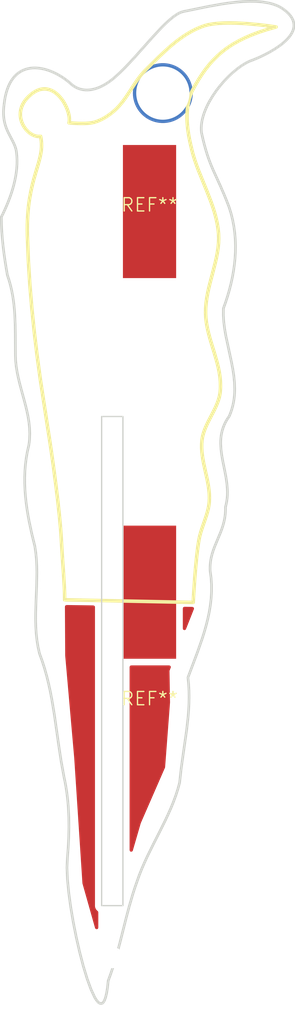
<source format=kicad_pcb>
(kicad_pcb (version 20241229) (generator "pcbnew") (generator_version "9.0")
  (layers (0 "F.Cu" signal) (2 "B.Cu" signal) (13 "F.Paste" user) (15 "B.Paste" user) (5 "F.SilkS" user "F.Silkscreen") (7 "B.SilkS" user "B.Silkscreen") (1 "F.Mask" user) (3 "B.Mask" user) (25 "Edge.Cuts" user))
  (net 0 "")
  (footprint "adhoc:MechanicalJoint" (layer "F.Cu") (at 108.05 109.05)
    (property "Reference" "REF**" (at 0 -0.5 0) (layer "F.SilkS") (effects (font (thickness 0.1))))
    (property "Value" "MechanicalJoint")
    (pad "" smd rect (at 0 -8.5) (size 4 10) (layers "F.Cu" "F.Mask" "F.Paste"))
  )
  (footprint "adhoc:Slot_1.6mm" (layer "F.Cu") (at 105.25 128)
    (property "Reference" "" (at 0 0 0) (layer "F.SilkS") (effects (font (size 1.27 1.27))))
    (property "Value" "")
    (pad "" np_thru_hole circle (at 0 0) (size 1.6 1.6) (drill oval 1.6 10) (layers "*.Cu" "*.Mask"))
  )
  (footprint "adhoc:MechanicalJoint" (layer "F.Cu") (at 108.05 71.95)
    (property "Reference" "REF**" (at 0 -0.5 0) (layer "F.SilkS") (effects (font (thickness 0.1))))
    (property "Value" "MechanicalJoint")
    (pad "" smd rect (at 0 0) (size 4 10) (layers "F.Cu" "F.Mask" "F.Paste"))
  )
  (gr_poly (pts (xy 114.548608 57.789691) (xy 115.000873 57.809734) (xy 115.443311 57.838801) (xy 116.263113 57.913517) (xy 116.936823 57.992859) (xy 117.561218 58.081508) (xy 116.907435 58.2666) (xy 116.302535 58.463113) (xy 115.743404 58.671989) (xy 115.22693 58.89417) (xy 114.75 59.1306) (xy 114.309502 59.382221) (xy 114.101941 59.514022) (xy 113.902322 59.649974) (xy 113.710254 59.790195) (xy 113.525348 59.934803) (xy 113.175469 60.237649) (xy 112.84957 60.559455) (xy 112.544539 60.901164) (xy 112.257263 61.263718) (xy 111.984631 61.648058) (xy 111.723529 62.055128) (xy 111.470844 62.48587) (xy 111.223465 62.941227) (xy 111.124004 63.205336) (xy 111.042295 63.470695) (xy 110.977371 63.737244) (xy 110.928265 64.004927) (xy 110.894011 64.273686) (xy 110.87364 64.543463) (xy 110.866187 64.8142) (xy 110.870685 65.08584) (xy 110.886167 65.358325) (xy 110.911666 65.631597) (xy 110.946214 65.905598) (xy 110.988847 66.180271) (xy 111.038595 66.455558) (xy 111.094493 66.731402) (xy 111.220871 67.284527) (xy 111.327211 67.684507) (xy 111.449583 68.080796) (xy 111.585114 68.474015) (xy 111.730929 68.864782) (xy 112.359562 70.415742) (xy 112.66087 71.192635) (xy 112.798215 71.583604) (xy 112.922855 71.977082) (xy 113.031916 72.373689) (xy 113.122525 72.774045) (xy 113.191809 73.178769) (xy 113.236892 73.588482) (xy 113.25072 73.955403) (xy 113.237708 74.323277) (xy 113.201473 74.692069) (xy 113.145631 75.061742) (xy 113.073798 75.432263) (xy 112.989591 75.803597) (xy 112.798521 76.548563) (xy 112.60135 77.29636) (xy 112.509517 77.671233) (xy 112.427009 78.04671) (xy 112.357441 78.422755) (xy 112.30443 78.799333) (xy 112.271591 79.17641) (xy 112.262542 79.553951) (xy 112.280724 79.929288) (xy 112.324487 80.301421) (xy 112.389794 80.670907) (xy 112.47261 81.038304) (xy 112.568897 81.404169) (xy 112.674619 81.769061) (xy 112.898224 82.498157) (xy 113.111131 83.230054) (xy 113.203481 83.598447) (xy 113.281048 83.969215) (xy 113.339795 84.342914) (xy 113.375684 84.720102) (xy 113.384681 85.101338) (xy 113.377832 85.293648) (xy 113.362747 85.487179) (xy 113.347988 85.606988) (xy 113.327979 85.725548) (xy 113.303064 85.842942) (xy 113.273588 85.959251) (xy 113.202329 86.188947) (xy 113.116957 86.415299) (xy 113.020226 86.638968) (xy 112.914893 86.860615) (xy 112.689436 87.300489) (xy 112.462625 87.740212) (xy 112.355599 87.961671) (xy 112.256499 88.185075) (xy 112.16808 88.411088) (xy 112.093098 88.640369) (xy 112.034306 88.873581) (xy 112.011843 88.991868) (xy 111.994461 89.111385) (xy 111.970627 89.401275) (xy 111.968238 89.691081) (xy 111.984356 89.980829) (xy 112.01604 90.270542) (xy 112.060351 90.560244) (xy 112.11435 90.849959) (xy 112.239651 91.429525) (xy 112.368426 92.009433) (xy 112.426768 92.299574) (xy 112.47716 92.589873) (xy 112.516662 92.880354) (xy 112.542335 93.17104) (xy 112.55124 93.461955) (xy 112.540436 93.753124) (xy 112.521701 93.935711) (xy 112.493543 94.116598) (xy 112.457135 94.296005) (xy 112.413656 94.474154) (xy 112.364279 94.651266) (xy 112.310181 94.827562) (xy 112.192528 95.178592) (xy 112.070102 95.529017) (xy 111.952311 95.880605) (xy 111.898093 96.057389) (xy 111.848563 96.235128) (xy 111.804894 96.414043) (xy 111.768265 96.594356) (xy 111.71702 96.903882) (xy 111.668769 97.244181) (xy 111.581415 97.989096) (xy 111.50655 98.773087) (xy 111.444521 99.54014) (xy 111.360352 100.79938) (xy 111.33168 101.318706) (xy 101.670364 101.122875) (xy 101.665532 100.669588) (xy 101.648428 100.199178) (xy 101.586803 99.177084) (xy 101.504299 97.996778) (xy 101.419723 96.598446) (xy 101.394218 96.180407) (xy 101.35958 95.724849) (xy 101.266369 94.721224) (xy 101.147013 93.627667) (xy 101.008438 92.484279) (xy 100.849336 91.27037) (xy 100.684673 90.092516) (xy 100.522533 88.99756) (xy 100.371002 88.032345) (xy 99.842401 84.57705) (xy 99.604482 82.820582) (xy 99.390473 81.044935) (xy 99.205115 79.250134) (xy 99.053148 77.436205) (xy 98.939314 75.603173) (xy 98.868355 73.751064) (xy 98.862291 73.342744) (xy 98.865193 72.95349) (xy 98.876405 72.582529) (xy 98.895269 72.229086) (xy 98.921126 71.892384) (xy 98.953318 71.571651) (xy 98.991189 71.266111) (xy 99.03408 70.974989) (xy 99.132291 70.432902) (xy 99.242689 69.93919) (xy 99.360012 69.487656) (xy 99.478997 69.072102) (xy 99.700906 68.324141) (xy 99.793305 67.979337) (xy 99.866318 67.64572) (xy 99.893909 67.48117) (xy 99.914681 67.317092) (xy 99.927975 67.152712) (xy 99.933133 66.987255) (xy 99.929497 66.819946) (xy 99.916411 66.65001) (xy 99.893215 66.476673) (xy 99.859253 66.29916) (xy 99.760943 66.309175) (xy 99.66085 66.306871) (xy 99.559665 66.292761) (xy 99.458078 66.267361) (xy 99.356781 66.231185) (xy 99.256462 66.184749) (xy 99.157813 66.128567) (xy 99.061525 66.063154) (xy 98.968288 65.989025) (xy 98.878792 65.906695) (xy 98.793729 65.816679) (xy 98.713788 65.719492) (xy 98.63966 65.615648) (xy 98.572037 65.505663) (xy 98.511607 65.390051) (xy 98.459062 65.269327) (xy 98.415093 65.144006) (xy 98.38039 65.014604) (xy 98.355643 64.881634) (xy 98.341544 64.745612) (xy 98.338782 64.607052) (xy 98.348048 64.46647) (xy 98.370033 64.324381) (xy 98.405427 64.181298) (xy 98.454921 64.037738) (xy 98.519205 63.894215) (xy 98.598971 63.751244) (xy 98.694907 63.609339) (xy 98.807706 63.469016) (xy 98.938058 63.33079) (xy 99.086652 63.195175) (xy 99.254181 63.062687) (xy 99.409562 62.958197) (xy 99.562669 62.874905) (xy 99.713282 62.811812) (xy 99.861179 62.767922) (xy 100.006137 62.742235) (xy 100.147936 62.733756) (xy 100.286353 62.741487) (xy 100.421167 62.764431) (xy 100.552156 62.801589) (xy 100.679098 62.851965) (xy 100.801772 62.914561) (xy 100.919956 62.988379) (xy 101.033429 63.072423) (xy 101.141968 63.165695) (xy 101.245353 63.267198) (xy 101.343361 63.375933) (xy 101.43577 63.490905) (xy 101.52236 63.611114) (xy 101.602908 63.735564) (xy 101.677192 63.863258) (xy 101.806084 64.124386) (xy 101.907263 64.386519) (xy 101.978955 64.641677) (xy 102.003189 64.764147) (xy 102.019386 64.881881) (xy 102.027325 64.993882) (xy 102.026784 65.099152) (xy 102.017541 65.196694) (xy 101.999374 65.285511) (xy 102.207816 65.302688) (xy 102.434192 65.316779) (xy 102.711626 65.327977) (xy 103.017333 65.331362) (xy 103.173669 65.328587) (xy 103.328529 65.322014) (xy 103.479065 65.311026) (xy 103.62243 65.295011) (xy 103.755774 65.273352) (xy 103.876251 65.245434) (xy 103.981118 65.214315) (xy 104.084903 65.179323) (xy 104.187555 65.140632) (xy 104.289025 65.098412) (xy 104.389263 65.052838) (xy 104.488219 65.00408) (xy 104.585843 64.952313) (xy 104.682085 64.897707) (xy 104.776895 64.840435) (xy 104.870224 64.780671) (xy 104.962021 64.718586) (xy 105.052237 64.654352) (xy 105.140821 64.588142) (xy 105.227724 64.520129) (xy 105.312895 64.450485) (xy 105.396286 64.379383) (xy 105.572994 64.215505) (xy 105.739369 64.042038) (xy 105.896791 63.860248) (xy 106.046639 63.671402) (xy 106.190295 63.476768) (xy 106.32914 63.277611) (xy 106.597915 62.870801) (xy 106.86401 62.461105) (xy 106.999504 62.258343) (xy 107.138469 62.058659) (xy 107.282285 61.863323) (xy 107.432335 61.673599) (xy 107.589997 61.490755) (xy 107.756653 61.316059) (xy 108.743748 60.339057) (xy 109.253711 59.859016) (xy 109.514539 59.626167) (xy 109.779928 59.400026) (xy 110.050376 59.182038) (xy 110.32638 58.973649) (xy 110.608439 58.776302) (xy 110.897049 58.591443) (xy 111.19271 58.420517) (xy 111.495918 58.264969) (xy 111.807172 58.126244) (xy 112.126968 58.005787) (xy 112.283145 57.957943) (xy 112.451326 57.916617) (xy 112.819248 57.852205) (xy 113.221835 57.809929) (xy 113.65019 57.787166) (xy 114.095414 57.781294)) (stroke (width 0.264582)) (fill no) (layer "F.SilkS"))
  (gr_poly (pts (xy 116.050288 56.163367) (xy 116.520723 56.200562) (xy 116.965176 56.272237) (xy 117.176079 56.322217) (xy 117.378592 56.382271) (xy 117.572081 56.452884) (xy 117.755915 56.534542) (xy 117.929461 56.627728) (xy 118.092089 56.732927) (xy 118.310169 56.901168) (xy 118.491264 57.069151) (xy 118.637161 57.236603) (xy 118.749647 57.403255) (xy 118.830508 57.568836) (xy 118.881532 57.733075) (xy 118.904505 57.895701) (xy 118.901214 58.056445) (xy 118.873447 58.215035) (xy 118.822989 58.371202) (xy 118.751628 58.524673) (xy 118.661151 58.675179) (xy 118.553344 58.822449) (xy 118.429995 58.966212) (xy 118.29289 59.106197) (xy 118.143816 59.242135) (xy 117.98456 59.373755) (xy 117.816908 59.500785) (xy 117.463568 59.739995) (xy 117.098089 59.957601) (xy 116.734766 60.151439) (xy 116.387895 60.319341) (xy 116.07177 60.459145) (xy 115.800686 60.568685) (xy 115.588938 60.645796) (xy 115.437229 60.716652) (xy 115.282098 60.798816) (xy 114.963924 60.995042) (xy 114.639121 61.230436) (xy 114.312392 61.500958) (xy 113.988442 61.802567) (xy 113.671977 62.131225) (xy 113.3677 62.482892) (xy 113.080315 62.853527) (xy 112.814528 63.239092) (xy 112.575043 63.635546) (xy 112.466634 63.836595) (xy 112.366564 64.038851) (xy 112.275422 64.241809) (xy 112.193796 64.444966) (xy 112.122274 64.647815) (xy 112.061443 64.849851) (xy 112.011893 65.050571) (xy 111.97421 65.249468) (xy 111.948984 65.446038) (xy 111.936801 65.639777) (xy 111.938251 65.830178) (xy 111.953921 66.016737) (xy 112.06403 66.501802) (xy 112.172746 66.935378) (xy 112.280939 67.324671) (xy 112.389477 67.676885) (xy 112.499229 67.999225) (xy 112.611064 68.298895) (xy 112.725852 68.583101) (xy 112.84446 68.859045) (xy 113.374485 70.024312) (xy 113.685018 70.744702) (xy 113.854706 71.164552) (xy 114.035167 71.633779) (xy 114.180456 72.106684) (xy 114.297915 72.58255) (xy 114.388581 73.060802) (xy 114.453495 73.540861) (xy 114.493694 74.022149) (xy 114.51022 74.50409) (xy 114.50411 74.986106) (xy 114.476405 75.467618) (xy 114.428143 75.948051) (xy 114.360364 76.426825) (xy 114.274107 76.903363) (xy 114.170412 77.377089) (xy 114.050317 77.847424) (xy 113.914863 78.313791) (xy 113.765087 78.775612) (xy 113.602031 79.232309) (xy 113.597716 79.740191) (xy 113.630607 80.247636) (xy 113.69364 80.754675) (xy 113.779755 81.261341) (xy 114.213811 83.284928) (xy 114.309417 83.790218) (xy 114.385738 84.29533) (xy 114.435712 84.800298) (xy 114.452278 85.305152) (xy 114.445826 85.557547) (xy 114.428375 85.809927) (xy 114.399041 86.062294) (xy 114.356941 86.314654) (xy 114.301194 86.567009) (xy 114.230916 86.819365) (xy 114.145225 87.071726) (xy 114.043238 87.324095) (xy 113.901845 87.531234) (xy 113.780612 87.738469) (xy 113.678379 87.94583) (xy 113.593985 88.153347) (xy 113.526267 88.36105) (xy 113.474065 88.568971) (xy 113.436218 88.77714) (xy 113.411562 88.985588) (xy 113.398939 89.194344) (xy 113.397184 89.40344) (xy 113.421639 89.822772) (xy 113.475636 90.243828) (xy 113.549884 90.666854) (xy 113.721963 91.519788) (xy 113.801212 91.950186) (xy 113.863545 92.383529) (xy 113.899672 92.820063) (xy 113.905003 93.039603) (xy 113.900299 93.260032) (xy 113.884397 93.481381) (xy 113.856136 93.70368) (xy 113.814355 93.926959) (xy 113.757891 94.151251) (xy 113.760016 94.332382) (xy 113.75458 94.507966) (xy 113.742094 94.678356) (xy 113.723068 94.843905) (xy 113.69801 95.004965) (xy 113.667432 95.161889) (xy 113.591754 95.464739) (xy 113.50011 95.755276) (xy 113.396581 96.03632) (xy 113.170183 96.581216) (xy 112.94519 97.121992) (xy 112.843419 97.397888) (xy 112.754236 97.681217) (xy 112.68172 97.9748) (xy 112.652987 98.126318) (xy 112.629951 98.281457) (xy 112.613121 98.44057) (xy 112.603007 98.60401) (xy 112.600119 98.772129) (xy 112.604968 98.94528) (xy 112.676268 99.471361) (xy 112.710461 99.994543) (xy 112.710484 100.514734) (xy 112.679273 101.03184) (xy 112.619767 101.545769) (xy 112.534902 102.056428) (xy 112.427616 102.563725) (xy 112.300845 103.067566) (xy 112.157527 103.567859) (xy 112.000599 104.06451) (xy 111.657663 105.04652) (xy 110.937709 106.962766) (xy 110.98799 107.459149) (xy 111.015752 107.95521) (xy 111.023264 108.450956) (xy 111.012792 108.94639) (xy 110.986605 109.441515) (xy 110.946972 109.936336) (xy 110.836438 110.92508) (xy 110.553812 112.899088) (xy 110.41801 113.884415) (xy 110.310076 114.868665) (xy 110.174504 115.360398) (xy 110.017682 115.842795) (xy 109.842319 116.317059) (xy 109.651126 116.784395) (xy 109.446812 117.246007) (xy 109.232088 117.703099) (xy 108.782247 118.608541) (xy 108.323282 119.510354) (xy 107.876872 120.418171) (xy 107.66515 120.877341) (xy 107.464695 121.341625) (xy 107.27822 121.812227) (xy 107.108432 122.29035) (xy 106.946281 122.756365) (xy 106.795924 123.222737) (xy 106.523551 124.156203) (xy 106.277239 125.090036) (xy 106.042916 126.023526) (xy 105.806508 126.955963) (xy 105.553941 127.886636) (xy 105.271143 128.814836) (xy 105.11401 129.277786) (xy 104.944041 129.739851) (xy 104.889226 130.266056) (xy 104.821247 130.689821) (xy 104.741154 131.016139) (xy 104.65 131.25) (xy 104.548836 131.396396) (xy 104.438714 131.460321) (xy 104.320686 131.446764) (xy 104.195802 131.360718) (xy 104.065116 131.207176) (xy 103.929677 130.991127) (xy 103.648752 130.391482) (xy 103.361439 129.601717) (xy 103.076152 128.661766) (xy 102.801303 127.611564) (xy 102.545305 126.491045) (xy 102.316572 125.340144) (xy 102.123516 124.198795) (xy 101.97455 123.106933) (xy 101.878087 122.104491) (xy 101.84254 121.231405) (xy 101.876323 120.527609) (xy 101.934444 119.751772) (xy 101.973884 118.981088) (xy 101.990998 118.214371) (xy 101.982143 117.450435) (xy 101.943674 116.688098) (xy 101.912195 116.307157) (xy 101.871946 115.926172) (xy 101.822472 115.544993) (xy 101.763316 115.163473) (xy 101.694023 114.781464) (xy 101.614138 114.398817) (xy 101.403264 113.235069) (xy 101.225556 112.067113) (xy 100.892658 109.731799) (xy 100.69898 108.571051) (xy 100.586915 107.993851) (xy 100.461491 107.419317) (xy 100.320304 106.847863) (xy 100.160946 106.279902) (xy 99.981014 105.715847) (xy 99.778102 105.156111) (xy 99.666823 104.65618) (xy 99.586152 104.154354) (xy 99.532083 103.650933) (xy 99.500613 103.146215) (xy 99.487736 102.640502) (xy 99.48945 102.134093) (xy 99.520633 101.120388) (xy 99.562126 100.1075) (xy 99.581897 99.097831) (xy 99.573627 98.594953) (xy 99.547913 98.093779) (xy 99.500753 97.59461) (xy 99.428141 97.097746) (xy 99.200088 96.165733) (xy 98.999084 95.226662) (xy 98.912147 94.754907) (xy 98.836078 94.281901) (xy 98.772247 93.807815) (xy 98.722022 93.33282) (xy 98.686771 92.857086) (xy 98.667864 92.380786) (xy 98.666668 91.90409) (xy 98.684554 91.427169) (xy 98.722888 90.950194) (xy 98.783041 90.473336) (xy 98.866381 89.996768) (xy 98.974276 89.520658) (xy 99.006948 89.302655) (xy 99.029671 89.0858) (xy 99.047591 88.655237) (xy 99.032689 88.228379) (xy 98.989614 87.804633) (xy 98.923017 87.383408) (xy 98.837549 86.964114) (xy 98.73786 86.546159) (xy 98.628601 86.128952) (xy 98.399973 85.294415) (xy 98.289906 84.875903) (xy 98.188871 84.455774) (xy 98.101518 84.033437) (xy 98.032498 83.608299) (xy 97.986461 83.17977) (xy 97.968058 82.747259) (xy 97.961547 81.215092) (xy 97.951168 80.458842) (xy 97.92065 79.707714) (xy 97.894232 79.333734) (xy 97.85845 78.960632) (xy 97.811861 78.588272) (xy 97.753024 78.216521) (xy 97.680493 77.845243) (xy 97.592828 77.474305) (xy 97.488585 77.103571) (xy 97.36632 76.732908) (xy 97.272952 76.188775) (xy 97.186724 75.643985) (xy 97.109273 75.098519) (xy 97.042235 74.552358) (xy 96.987246 74.005484) (xy 96.945943 73.457876) (xy 96.919961 72.909517) (xy 96.910937 72.360388) (xy 96.910937 72.360357) (xy 97.047957 72.082733) (xy 97.181084 71.79796) (xy 97.309263 71.506775) (xy 97.43144 71.209912) (xy 97.546559 70.908109) (xy 97.653567 70.602101) (xy 97.751407 70.292624) (xy 97.839027 69.980415) (xy 97.915371 69.666209) (xy 97.979384 69.350743) (xy 98.030012 69.034752) (xy 98.0662 68.718972) (xy 98.086893 68.40414) (xy 98.091037 68.090991) (xy 98.077577 67.780262) (xy 98.045459 67.472688) (xy 98.029169 67.37358) (xy 98.008065 67.277152) (xy 97.982544 67.183064) (xy 97.953004 67.090974) (xy 97.919845 67.000538) (xy 97.883465 66.911416) (xy 97.802637 66.73574) (xy 97.430203 66.017104) (xy 97.340759 65.819773) (xy 97.298779 65.716574) (xy 97.259158 65.609898) (xy 97.222295 65.4994) (xy 97.188588 65.38474) (xy 97.158437 65.265575) (xy 97.132239 65.141562) (xy 97.110394 65.012361) (xy 97.0933 64.877627) (xy 97.081355 64.73702) (xy 97.074959 64.590196) (xy 97.074509 64.436814) (xy 97.080405 64.276532) (xy 97.093044 64.109007) (xy 97.112826 63.933897) (xy 97.153812 63.607686) (xy 97.208472 63.304542) (xy 97.276175 63.023934) (xy 97.356291 62.765329) (xy 97.44819 62.528196) (xy 97.551241 62.312004) (xy 97.664814 62.116222) (xy 97.78828 61.940317) (xy 97.921007 61.783758) (xy 98.062367 61.646015) (xy 98.211727 61.526554) (xy 98.368459 61.424846) (xy 98.531932 61.340357) (xy 98.701516 61.272558) (xy 98.876581 61.220916) (xy 99.056495 61.1849) (xy 99.240631 61.163978) (xy 99.428356 61.15762) (xy 99.619041 61.165292) (xy 99.812055 61.186465) (xy 100.006769 61.220606) (xy 100.202552 61.267184) (xy 100.398774 61.325668) (xy 100.594804 61.395525) (xy 100.790014 61.476225) (xy 100.983771 61.567236) (xy 101.175447 61.668026) (xy 101.36441 61.778065) (xy 101.550031 61.89682) (xy 101.73168 62.02376) (xy 101.908726 62.158354) (xy 102.080539 62.30007) (xy 102.155653 62.369518) (xy 102.233268 62.434303) (xy 102.313336 62.494346) (xy 102.395811 62.549566) (xy 102.480646 62.599887) (xy 102.567795 62.645227) (xy 102.657211 62.68551) (xy 102.748847 62.720655) (xy 102.842656 62.750584) (xy 102.938591 62.775217) (xy 103.036607 62.794477) (xy 103.136656 62.808283) (xy 103.238691 62.816557) (xy 103.342667 62.81922) (xy 103.448535 62.816193) (xy 103.55625 62.807397) (xy 103.665765 62.792753) (xy 103.777033 62.772182) (xy 103.890007 62.745606) (xy 104.004641 62.712944) (xy 104.120888 62.674119) (xy 104.238701 62.629052) (xy 104.358033 62.577662) (xy 104.478839 62.519872) (xy 104.601071 62.455603) (xy 104.724682 62.384775) (xy 104.849625 62.30731) (xy 104.975855 62.223128) (xy 105.103325 62.132151) (xy 105.231986 62.0343) (xy 105.361794 61.929496) (xy 105.492701 61.817659) (xy 105.834664 61.503595) (xy 106.180847 61.16132) (xy 106.529709 60.797109) (xy 106.879705 60.417236) (xy 108.260178 58.866601) (xy 108.917104 58.160433) (xy 109.231839 57.846596) (xy 109.535363 57.567288) (xy 109.826135 57.328784) (xy 110.102611 57.137357) (xy 110.235005 57.061258) (xy 110.363247 56.999282) (xy 110.487143 56.952211) (xy 110.606501 56.920831) (xy 112.454389 56.542709) (xy 113.485316 56.358874) (xy 114.009832 56.281835) (xy 114.533643 56.219888) (xy 115.051692 56.176908) (xy 115.558926 56.156776)) (stroke (width 0.201993)) (fill no) (layer "Edge.Cuts"))
  (gr_rect (start 104.45 87.35) (end 106.05 124.1) (stroke (width 0.1)) (fill no) (layer "Edge.Cuts"))
  (via (at 109.05 63.05) (size 4.5) (drill 4) (layers "F.Cu" "B.Cu") (net 0))
  (zone (net 0) (net_name "") (layer "F.Cu") (connect_pads (clearance 0.5)) (min_thickness 0.25) (fill yes (thermal_gap 0.5) (thermal_bridge_width 0.5) (island_removal_mode 1) (island_area_min 10))
    (polygon (pts (xy 104.522341 127.787635) (xy 103.007006 122.431418) (xy 102.390078 113.022742) (xy 101.710537 105.31405) (xy 101.689577 101.512366) (xy 111.450899 101.656806) (xy 109.549609 106.457007) (xy 109.590624 108.834021) (xy 109.219149 113.7181) (xy 107.391375 117.904746)))
  )
)
</source>
